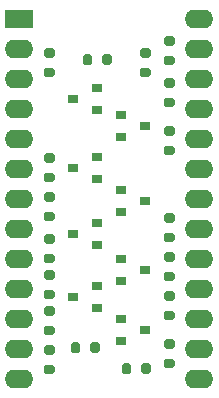
<source format=gts>
G04 #@! TF.GenerationSoftware,KiCad,Pcbnew,5.1.12-84ad8e8a86~92~ubuntu20.04.1*
G04 #@! TF.CreationDate,2022-05-29T14:18:07-04:00*
G04 #@! TF.ProjectId,fluke9010-protection,666c756b-6539-4303-9130-2d70726f7465,rev?*
G04 #@! TF.SameCoordinates,Original*
G04 #@! TF.FileFunction,Soldermask,Top*
G04 #@! TF.FilePolarity,Negative*
%FSLAX46Y46*%
G04 Gerber Fmt 4.6, Leading zero omitted, Abs format (unit mm)*
G04 Created by KiCad (PCBNEW 5.1.12-84ad8e8a86~92~ubuntu20.04.1) date 2022-05-29 14:18:07*
%MOMM*%
%LPD*%
G01*
G04 APERTURE LIST*
%ADD10R,2.400000X1.600000*%
%ADD11O,2.400000X1.600000*%
%ADD12R,0.900000X0.800000*%
G04 APERTURE END LIST*
G36*
G01*
X134537000Y-69109000D02*
X134537000Y-68559000D01*
G75*
G02*
X134737000Y-68359000I200000J0D01*
G01*
X135137000Y-68359000D01*
G75*
G02*
X135337000Y-68559000I0J-200000D01*
G01*
X135337000Y-69109000D01*
G75*
G02*
X135137000Y-69309000I-200000J0D01*
G01*
X134737000Y-69309000D01*
G75*
G02*
X134537000Y-69109000I0J200000D01*
G01*
G37*
G36*
G01*
X132887000Y-69109000D02*
X132887000Y-68559000D01*
G75*
G02*
X133087000Y-68359000I200000J0D01*
G01*
X133487000Y-68359000D01*
G75*
G02*
X133687000Y-68559000I0J-200000D01*
G01*
X133687000Y-69109000D01*
G75*
G02*
X133487000Y-69309000I-200000J0D01*
G01*
X133087000Y-69309000D01*
G75*
G02*
X132887000Y-69109000I0J200000D01*
G01*
G37*
G36*
G01*
X132671000Y-92943000D02*
X132671000Y-93493000D01*
G75*
G02*
X132471000Y-93693000I-200000J0D01*
G01*
X132071000Y-93693000D01*
G75*
G02*
X131871000Y-93493000I0J200000D01*
G01*
X131871000Y-92943000D01*
G75*
G02*
X132071000Y-92743000I200000J0D01*
G01*
X132471000Y-92743000D01*
G75*
G02*
X132671000Y-92943000I0J-200000D01*
G01*
G37*
G36*
G01*
X134321000Y-92943000D02*
X134321000Y-93493000D01*
G75*
G02*
X134121000Y-93693000I-200000J0D01*
G01*
X133721000Y-93693000D01*
G75*
G02*
X133521000Y-93493000I0J200000D01*
G01*
X133521000Y-92943000D01*
G75*
G02*
X133721000Y-92743000I200000J0D01*
G01*
X134121000Y-92743000D01*
G75*
G02*
X134321000Y-92943000I0J-200000D01*
G01*
G37*
G36*
G01*
X137839000Y-95271000D02*
X137839000Y-94721000D01*
G75*
G02*
X138039000Y-94521000I200000J0D01*
G01*
X138439000Y-94521000D01*
G75*
G02*
X138639000Y-94721000I0J-200000D01*
G01*
X138639000Y-95271000D01*
G75*
G02*
X138439000Y-95471000I-200000J0D01*
G01*
X138039000Y-95471000D01*
G75*
G02*
X137839000Y-95271000I0J200000D01*
G01*
G37*
G36*
G01*
X136189000Y-95271000D02*
X136189000Y-94721000D01*
G75*
G02*
X136389000Y-94521000I200000J0D01*
G01*
X136789000Y-94521000D01*
G75*
G02*
X136989000Y-94721000I0J-200000D01*
G01*
X136989000Y-95271000D01*
G75*
G02*
X136789000Y-95471000I-200000J0D01*
G01*
X136389000Y-95471000D01*
G75*
G02*
X136189000Y-95271000I0J200000D01*
G01*
G37*
G36*
G01*
X139933000Y-72053000D02*
X140483000Y-72053000D01*
G75*
G02*
X140683000Y-72253000I0J-200000D01*
G01*
X140683000Y-72653000D01*
G75*
G02*
X140483000Y-72853000I-200000J0D01*
G01*
X139933000Y-72853000D01*
G75*
G02*
X139733000Y-72653000I0J200000D01*
G01*
X139733000Y-72253000D01*
G75*
G02*
X139933000Y-72053000I200000J0D01*
G01*
G37*
G36*
G01*
X139933000Y-70403000D02*
X140483000Y-70403000D01*
G75*
G02*
X140683000Y-70603000I0J-200000D01*
G01*
X140683000Y-71003000D01*
G75*
G02*
X140483000Y-71203000I-200000J0D01*
G01*
X139933000Y-71203000D01*
G75*
G02*
X139733000Y-71003000I0J200000D01*
G01*
X139733000Y-70603000D01*
G75*
G02*
X139933000Y-70403000I200000J0D01*
G01*
G37*
G36*
G01*
X129773000Y-94659000D02*
X130323000Y-94659000D01*
G75*
G02*
X130523000Y-94859000I0J-200000D01*
G01*
X130523000Y-95259000D01*
G75*
G02*
X130323000Y-95459000I-200000J0D01*
G01*
X129773000Y-95459000D01*
G75*
G02*
X129573000Y-95259000I0J200000D01*
G01*
X129573000Y-94859000D01*
G75*
G02*
X129773000Y-94659000I200000J0D01*
G01*
G37*
G36*
G01*
X129773000Y-93009000D02*
X130323000Y-93009000D01*
G75*
G02*
X130523000Y-93209000I0J-200000D01*
G01*
X130523000Y-93609000D01*
G75*
G02*
X130323000Y-93809000I-200000J0D01*
G01*
X129773000Y-93809000D01*
G75*
G02*
X129573000Y-93609000I0J200000D01*
G01*
X129573000Y-93209000D01*
G75*
G02*
X129773000Y-93009000I200000J0D01*
G01*
G37*
G36*
G01*
X140483000Y-67647000D02*
X139933000Y-67647000D01*
G75*
G02*
X139733000Y-67447000I0J200000D01*
G01*
X139733000Y-67047000D01*
G75*
G02*
X139933000Y-66847000I200000J0D01*
G01*
X140483000Y-66847000D01*
G75*
G02*
X140683000Y-67047000I0J-200000D01*
G01*
X140683000Y-67447000D01*
G75*
G02*
X140483000Y-67647000I-200000J0D01*
G01*
G37*
G36*
G01*
X140483000Y-69297000D02*
X139933000Y-69297000D01*
G75*
G02*
X139733000Y-69097000I0J200000D01*
G01*
X139733000Y-68697000D01*
G75*
G02*
X139933000Y-68497000I200000J0D01*
G01*
X140483000Y-68497000D01*
G75*
G02*
X140683000Y-68697000I0J-200000D01*
G01*
X140683000Y-69097000D01*
G75*
G02*
X140483000Y-69297000I-200000J0D01*
G01*
G37*
G36*
G01*
X130323000Y-80855000D02*
X129773000Y-80855000D01*
G75*
G02*
X129573000Y-80655000I0J200000D01*
G01*
X129573000Y-80255000D01*
G75*
G02*
X129773000Y-80055000I200000J0D01*
G01*
X130323000Y-80055000D01*
G75*
G02*
X130523000Y-80255000I0J-200000D01*
G01*
X130523000Y-80655000D01*
G75*
G02*
X130323000Y-80855000I-200000J0D01*
G01*
G37*
G36*
G01*
X130323000Y-82505000D02*
X129773000Y-82505000D01*
G75*
G02*
X129573000Y-82305000I0J200000D01*
G01*
X129573000Y-81905000D01*
G75*
G02*
X129773000Y-81705000I200000J0D01*
G01*
X130323000Y-81705000D01*
G75*
G02*
X130523000Y-81905000I0J-200000D01*
G01*
X130523000Y-82305000D01*
G75*
G02*
X130323000Y-82505000I-200000J0D01*
G01*
G37*
G36*
G01*
X130323000Y-68663000D02*
X129773000Y-68663000D01*
G75*
G02*
X129573000Y-68463000I0J200000D01*
G01*
X129573000Y-68063000D01*
G75*
G02*
X129773000Y-67863000I200000J0D01*
G01*
X130323000Y-67863000D01*
G75*
G02*
X130523000Y-68063000I0J-200000D01*
G01*
X130523000Y-68463000D01*
G75*
G02*
X130323000Y-68663000I-200000J0D01*
G01*
G37*
G36*
G01*
X130323000Y-70313000D02*
X129773000Y-70313000D01*
G75*
G02*
X129573000Y-70113000I0J200000D01*
G01*
X129573000Y-69713000D01*
G75*
G02*
X129773000Y-69513000I200000J0D01*
G01*
X130323000Y-69513000D01*
G75*
G02*
X130523000Y-69713000I0J-200000D01*
G01*
X130523000Y-70113000D01*
G75*
G02*
X130323000Y-70313000I-200000J0D01*
G01*
G37*
G36*
G01*
X130323000Y-87459000D02*
X129773000Y-87459000D01*
G75*
G02*
X129573000Y-87259000I0J200000D01*
G01*
X129573000Y-86859000D01*
G75*
G02*
X129773000Y-86659000I200000J0D01*
G01*
X130323000Y-86659000D01*
G75*
G02*
X130523000Y-86859000I0J-200000D01*
G01*
X130523000Y-87259000D01*
G75*
G02*
X130323000Y-87459000I-200000J0D01*
G01*
G37*
G36*
G01*
X130323000Y-89109000D02*
X129773000Y-89109000D01*
G75*
G02*
X129573000Y-88909000I0J200000D01*
G01*
X129573000Y-88509000D01*
G75*
G02*
X129773000Y-88309000I200000J0D01*
G01*
X130323000Y-88309000D01*
G75*
G02*
X130523000Y-88509000I0J-200000D01*
G01*
X130523000Y-88909000D01*
G75*
G02*
X130323000Y-89109000I-200000J0D01*
G01*
G37*
G36*
G01*
X139933000Y-83483000D02*
X140483000Y-83483000D01*
G75*
G02*
X140683000Y-83683000I0J-200000D01*
G01*
X140683000Y-84083000D01*
G75*
G02*
X140483000Y-84283000I-200000J0D01*
G01*
X139933000Y-84283000D01*
G75*
G02*
X139733000Y-84083000I0J200000D01*
G01*
X139733000Y-83683000D01*
G75*
G02*
X139933000Y-83483000I200000J0D01*
G01*
G37*
G36*
G01*
X139933000Y-81833000D02*
X140483000Y-81833000D01*
G75*
G02*
X140683000Y-82033000I0J-200000D01*
G01*
X140683000Y-82433000D01*
G75*
G02*
X140483000Y-82633000I-200000J0D01*
G01*
X139933000Y-82633000D01*
G75*
G02*
X139733000Y-82433000I0J200000D01*
G01*
X139733000Y-82033000D01*
G75*
G02*
X139933000Y-81833000I200000J0D01*
G01*
G37*
G36*
G01*
X139933000Y-94151000D02*
X140483000Y-94151000D01*
G75*
G02*
X140683000Y-94351000I0J-200000D01*
G01*
X140683000Y-94751000D01*
G75*
G02*
X140483000Y-94951000I-200000J0D01*
G01*
X139933000Y-94951000D01*
G75*
G02*
X139733000Y-94751000I0J200000D01*
G01*
X139733000Y-94351000D01*
G75*
G02*
X139933000Y-94151000I200000J0D01*
G01*
G37*
G36*
G01*
X139933000Y-92501000D02*
X140483000Y-92501000D01*
G75*
G02*
X140683000Y-92701000I0J-200000D01*
G01*
X140683000Y-93101000D01*
G75*
G02*
X140483000Y-93301000I-200000J0D01*
G01*
X139933000Y-93301000D01*
G75*
G02*
X139733000Y-93101000I0J200000D01*
G01*
X139733000Y-92701000D01*
G75*
G02*
X139933000Y-92501000I200000J0D01*
G01*
G37*
G36*
G01*
X140483000Y-75267000D02*
X139933000Y-75267000D01*
G75*
G02*
X139733000Y-75067000I0J200000D01*
G01*
X139733000Y-74667000D01*
G75*
G02*
X139933000Y-74467000I200000J0D01*
G01*
X140483000Y-74467000D01*
G75*
G02*
X140683000Y-74667000I0J-200000D01*
G01*
X140683000Y-75067000D01*
G75*
G02*
X140483000Y-75267000I-200000J0D01*
G01*
G37*
G36*
G01*
X140483000Y-76917000D02*
X139933000Y-76917000D01*
G75*
G02*
X139733000Y-76717000I0J200000D01*
G01*
X139733000Y-76317000D01*
G75*
G02*
X139933000Y-76117000I200000J0D01*
G01*
X140483000Y-76117000D01*
G75*
G02*
X140683000Y-76317000I0J-200000D01*
G01*
X140683000Y-76717000D01*
G75*
G02*
X140483000Y-76917000I-200000J0D01*
G01*
G37*
G36*
G01*
X129773000Y-91357000D02*
X130323000Y-91357000D01*
G75*
G02*
X130523000Y-91557000I0J-200000D01*
G01*
X130523000Y-91957000D01*
G75*
G02*
X130323000Y-92157000I-200000J0D01*
G01*
X129773000Y-92157000D01*
G75*
G02*
X129573000Y-91957000I0J200000D01*
G01*
X129573000Y-91557000D01*
G75*
G02*
X129773000Y-91357000I200000J0D01*
G01*
G37*
G36*
G01*
X129773000Y-89707000D02*
X130323000Y-89707000D01*
G75*
G02*
X130523000Y-89907000I0J-200000D01*
G01*
X130523000Y-90307000D01*
G75*
G02*
X130323000Y-90507000I-200000J0D01*
G01*
X129773000Y-90507000D01*
G75*
G02*
X129573000Y-90307000I0J200000D01*
G01*
X129573000Y-89907000D01*
G75*
G02*
X129773000Y-89707000I200000J0D01*
G01*
G37*
G36*
G01*
X138451000Y-68663000D02*
X137901000Y-68663000D01*
G75*
G02*
X137701000Y-68463000I0J200000D01*
G01*
X137701000Y-68063000D01*
G75*
G02*
X137901000Y-67863000I200000J0D01*
G01*
X138451000Y-67863000D01*
G75*
G02*
X138651000Y-68063000I0J-200000D01*
G01*
X138651000Y-68463000D01*
G75*
G02*
X138451000Y-68663000I-200000J0D01*
G01*
G37*
G36*
G01*
X138451000Y-70313000D02*
X137901000Y-70313000D01*
G75*
G02*
X137701000Y-70113000I0J200000D01*
G01*
X137701000Y-69713000D01*
G75*
G02*
X137901000Y-69513000I200000J0D01*
G01*
X138451000Y-69513000D01*
G75*
G02*
X138651000Y-69713000I0J-200000D01*
G01*
X138651000Y-70113000D01*
G75*
G02*
X138451000Y-70313000I-200000J0D01*
G01*
G37*
G36*
G01*
X129773000Y-78403000D02*
X130323000Y-78403000D01*
G75*
G02*
X130523000Y-78603000I0J-200000D01*
G01*
X130523000Y-79003000D01*
G75*
G02*
X130323000Y-79203000I-200000J0D01*
G01*
X129773000Y-79203000D01*
G75*
G02*
X129573000Y-79003000I0J200000D01*
G01*
X129573000Y-78603000D01*
G75*
G02*
X129773000Y-78403000I200000J0D01*
G01*
G37*
G36*
G01*
X129773000Y-76753000D02*
X130323000Y-76753000D01*
G75*
G02*
X130523000Y-76953000I0J-200000D01*
G01*
X130523000Y-77353000D01*
G75*
G02*
X130323000Y-77553000I-200000J0D01*
G01*
X129773000Y-77553000D01*
G75*
G02*
X129573000Y-77353000I0J200000D01*
G01*
X129573000Y-76953000D01*
G75*
G02*
X129773000Y-76753000I200000J0D01*
G01*
G37*
G36*
G01*
X130323000Y-84411000D02*
X129773000Y-84411000D01*
G75*
G02*
X129573000Y-84211000I0J200000D01*
G01*
X129573000Y-83811000D01*
G75*
G02*
X129773000Y-83611000I200000J0D01*
G01*
X130323000Y-83611000D01*
G75*
G02*
X130523000Y-83811000I0J-200000D01*
G01*
X130523000Y-84211000D01*
G75*
G02*
X130323000Y-84411000I-200000J0D01*
G01*
G37*
G36*
G01*
X130323000Y-86061000D02*
X129773000Y-86061000D01*
G75*
G02*
X129573000Y-85861000I0J200000D01*
G01*
X129573000Y-85461000D01*
G75*
G02*
X129773000Y-85261000I200000J0D01*
G01*
X130323000Y-85261000D01*
G75*
G02*
X130523000Y-85461000I0J-200000D01*
G01*
X130523000Y-85861000D01*
G75*
G02*
X130323000Y-86061000I-200000J0D01*
G01*
G37*
G36*
G01*
X140483000Y-85935000D02*
X139933000Y-85935000D01*
G75*
G02*
X139733000Y-85735000I0J200000D01*
G01*
X139733000Y-85335000D01*
G75*
G02*
X139933000Y-85135000I200000J0D01*
G01*
X140483000Y-85135000D01*
G75*
G02*
X140683000Y-85335000I0J-200000D01*
G01*
X140683000Y-85735000D01*
G75*
G02*
X140483000Y-85935000I-200000J0D01*
G01*
G37*
G36*
G01*
X140483000Y-87585000D02*
X139933000Y-87585000D01*
G75*
G02*
X139733000Y-87385000I0J200000D01*
G01*
X139733000Y-86985000D01*
G75*
G02*
X139933000Y-86785000I200000J0D01*
G01*
X140483000Y-86785000D01*
G75*
G02*
X140683000Y-86985000I0J-200000D01*
G01*
X140683000Y-87385000D01*
G75*
G02*
X140483000Y-87585000I-200000J0D01*
G01*
G37*
G36*
G01*
X139933000Y-90087000D02*
X140483000Y-90087000D01*
G75*
G02*
X140683000Y-90287000I0J-200000D01*
G01*
X140683000Y-90687000D01*
G75*
G02*
X140483000Y-90887000I-200000J0D01*
G01*
X139933000Y-90887000D01*
G75*
G02*
X139733000Y-90687000I0J200000D01*
G01*
X139733000Y-90287000D01*
G75*
G02*
X139933000Y-90087000I200000J0D01*
G01*
G37*
G36*
G01*
X139933000Y-88437000D02*
X140483000Y-88437000D01*
G75*
G02*
X140683000Y-88637000I0J-200000D01*
G01*
X140683000Y-89037000D01*
G75*
G02*
X140483000Y-89237000I-200000J0D01*
G01*
X139933000Y-89237000D01*
G75*
G02*
X139733000Y-89037000I0J200000D01*
G01*
X139733000Y-88637000D01*
G75*
G02*
X139933000Y-88437000I200000J0D01*
G01*
G37*
D10*
X127516000Y-65382000D03*
D11*
X127516000Y-67922000D03*
X142756000Y-95862000D03*
X127516000Y-70462000D03*
X142756000Y-93322000D03*
X127516000Y-73002000D03*
X142756000Y-90782000D03*
X127516000Y-75542000D03*
X142756000Y-88242000D03*
X127516000Y-78082000D03*
X142756000Y-85702000D03*
X127516000Y-80622000D03*
X142756000Y-83162000D03*
X127516000Y-83162000D03*
X142756000Y-80622000D03*
X127516000Y-85702000D03*
X142756000Y-78082000D03*
X127516000Y-88242000D03*
X142756000Y-75542000D03*
X127516000Y-90782000D03*
X142756000Y-73002000D03*
X127516000Y-93322000D03*
X142756000Y-70462000D03*
X127516000Y-95862000D03*
X142756000Y-67922000D03*
X142756000Y-65382000D03*
D12*
X138160000Y-74422000D03*
X136160000Y-75372000D03*
X136160000Y-73472000D03*
X132096000Y-88900000D03*
X134096000Y-87950000D03*
X134096000Y-89850000D03*
X138160000Y-80772000D03*
X136160000Y-81722000D03*
X136160000Y-79822000D03*
X132096000Y-77978000D03*
X134096000Y-77028000D03*
X134096000Y-78928000D03*
X132096000Y-72136000D03*
X134096000Y-71186000D03*
X134096000Y-73086000D03*
X132096000Y-83566000D03*
X134096000Y-82616000D03*
X134096000Y-84516000D03*
X138160000Y-86614000D03*
X136160000Y-87564000D03*
X136160000Y-85664000D03*
X138160000Y-91694000D03*
X136160000Y-92644000D03*
X136160000Y-90744000D03*
M02*

</source>
